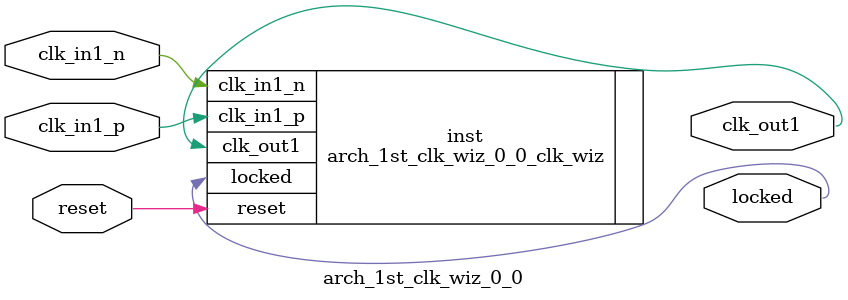
<source format=v>


`timescale 1ps/1ps

(* CORE_GENERATION_INFO = "arch_1st_clk_wiz_0_0,clk_wiz_v6_0_4_0_0,{component_name=arch_1st_clk_wiz_0_0,use_phase_alignment=false,use_min_o_jitter=false,use_max_i_jitter=false,use_dyn_phase_shift=false,use_inclk_switchover=false,use_dyn_reconfig=false,enable_axi=0,feedback_source=FDBK_AUTO,PRIMITIVE=MMCM,num_out_clk=1,clkin1_period=8.000,clkin2_period=10.000,use_power_down=false,use_reset=true,use_locked=true,use_inclk_stopped=false,feedback_type=SINGLE,CLOCK_MGR_TYPE=NA,manual_override=false}" *)

module arch_1st_clk_wiz_0_0 
 (
  // Clock out ports
  output        clk_out1,
  // Status and control signals
  input         reset,
  output        locked,
 // Clock in ports
  input         clk_in1_p,
  input         clk_in1_n
 );

  arch_1st_clk_wiz_0_0_clk_wiz inst
  (
  // Clock out ports  
  .clk_out1(clk_out1),
  // Status and control signals               
  .reset(reset), 
  .locked(locked),
 // Clock in ports
  .clk_in1_p(clk_in1_p),
  .clk_in1_n(clk_in1_n)
  );

endmodule

</source>
